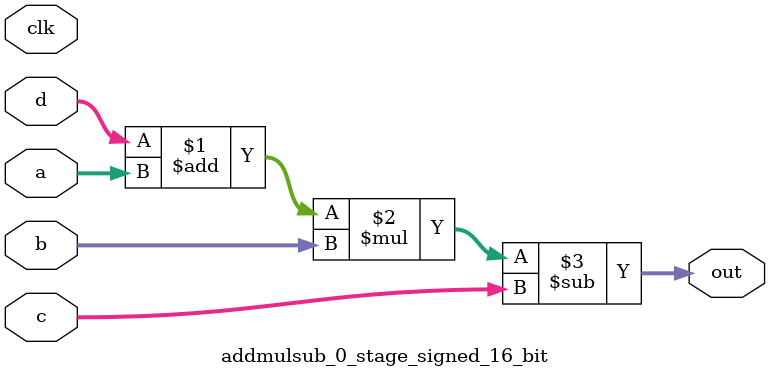
<source format=sv>
(* use_dsp = "yes" *) module addmulsub_0_stage_signed_16_bit(
	input signed [15:0] a,
	input signed [15:0] b,
	input signed [15:0] c,
	input signed [15:0] d,
	output [15:0] out,
	input clk);

	assign out = ((d + a) * b) - c;
endmodule

</source>
